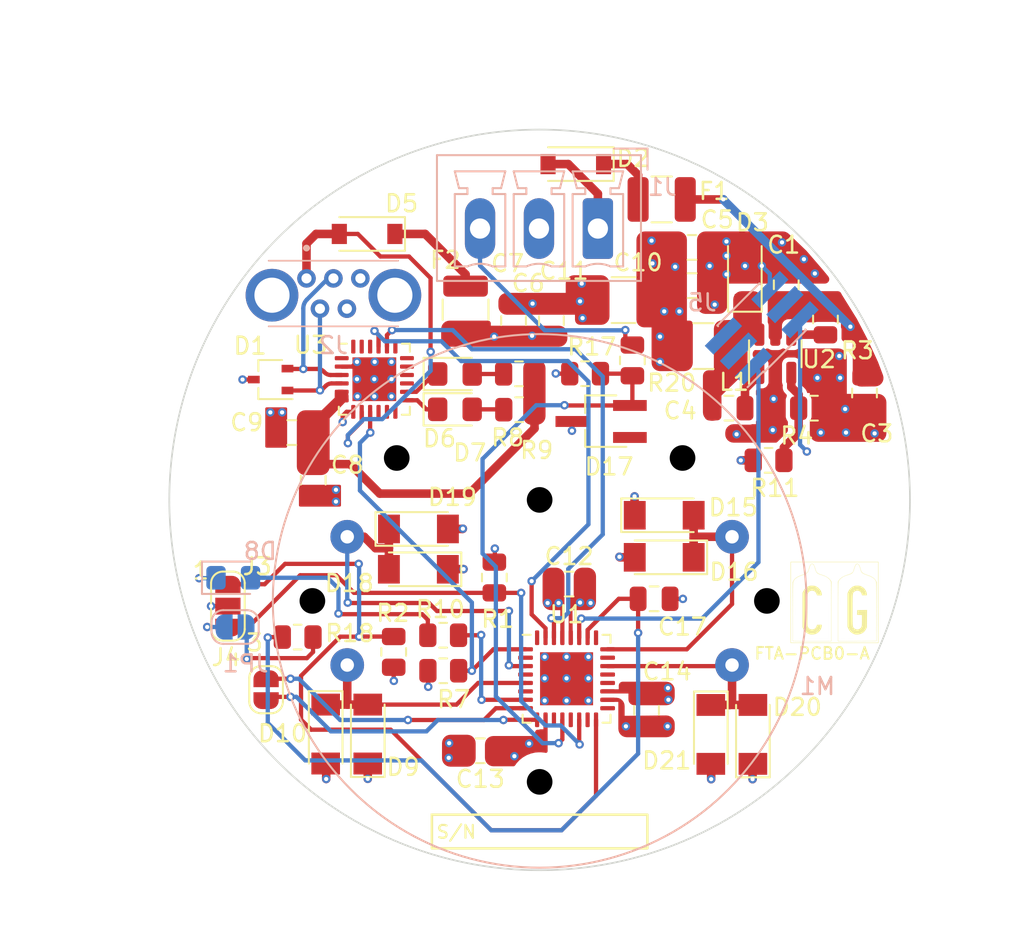
<source format=kicad_pcb>
(kicad_pcb (version 20221018) (generator pcbnew)

  (general
    (thickness 1.6)
  )

  (paper "A4")
  (layers
    (0 "F.Cu" signal)
    (1 "In1.Cu" signal)
    (2 "In2.Cu" signal)
    (31 "B.Cu" signal)
    (32 "B.Adhes" user "B.Adhesive")
    (33 "F.Adhes" user "F.Adhesive")
    (34 "B.Paste" user)
    (35 "F.Paste" user)
    (36 "B.SilkS" user "B.Silkscreen")
    (37 "F.SilkS" user "F.Silkscreen")
    (38 "B.Mask" user)
    (39 "F.Mask" user)
    (40 "Dwgs.User" user "User.Drawings")
    (41 "Cmts.User" user "User.Comments")
    (42 "Eco1.User" user "User.Eco1")
    (43 "Eco2.User" user "User.Eco2")
    (44 "Edge.Cuts" user)
    (45 "Margin" user)
    (46 "B.CrtYd" user "B.Courtyard")
    (47 "F.CrtYd" user "F.Courtyard")
    (48 "B.Fab" user)
    (49 "F.Fab" user)
    (50 "User.1" user)
    (51 "User.2" user)
    (52 "User.3" user)
    (53 "User.4" user)
    (54 "User.5" user)
    (55 "User.6" user)
    (56 "User.7" user)
    (57 "User.8" user)
    (58 "User.9" user)
  )

  (setup
    (stackup
      (layer "F.SilkS" (type "Top Silk Screen") (color "Black"))
      (layer "F.Paste" (type "Top Solder Paste"))
      (layer "F.Mask" (type "Top Solder Mask") (color "White") (thickness 0.01))
      (layer "F.Cu" (type "copper") (thickness 0.035))
      (layer "dielectric 1" (type "core") (thickness 0.48) (material "FR4") (epsilon_r 4.5) (loss_tangent 0.02))
      (layer "In1.Cu" (type "copper") (thickness 0.035))
      (layer "dielectric 2" (type "prepreg") (thickness 0.48) (material "FR4") (epsilon_r 4.5) (loss_tangent 0.02))
      (layer "In2.Cu" (type "copper") (thickness 0.035))
      (layer "dielectric 3" (type "core") (thickness 0.48) (material "FR4") (epsilon_r 4.5) (loss_tangent 0.02))
      (layer "B.Cu" (type "copper") (thickness 0.035))
      (layer "B.Mask" (type "Bottom Solder Mask") (color "White") (thickness 0.01))
      (layer "B.Paste" (type "Bottom Solder Paste"))
      (layer "B.SilkS" (type "Bottom Silk Screen") (color "Black"))
      (copper_finish "HAL SnPb")
      (dielectric_constraints no)
    )
    (pad_to_mask_clearance 0)
    (pcbplotparams
      (layerselection 0x00010fc_ffffffff)
      (plot_on_all_layers_selection 0x0000000_00000000)
      (disableapertmacros false)
      (usegerberextensions false)
      (usegerberattributes true)
      (usegerberadvancedattributes true)
      (creategerberjobfile true)
      (dashed_line_dash_ratio 12.000000)
      (dashed_line_gap_ratio 3.000000)
      (svgprecision 6)
      (plotframeref false)
      (viasonmask false)
      (mode 1)
      (useauxorigin false)
      (hpglpennumber 1)
      (hpglpenspeed 20)
      (hpglpendiameter 15.000000)
      (dxfpolygonmode true)
      (dxfimperialunits true)
      (dxfusepcbnewfont true)
      (psnegative false)
      (psa4output false)
      (plotreference true)
      (plotvalue true)
      (plotinvisibletext false)
      (sketchpadsonfab false)
      (subtractmaskfromsilk false)
      (outputformat 1)
      (mirror false)
      (drillshape 0)
      (scaleselection 1)
      (outputdirectory "GERBER/")
    )
  )

  (net 0 "")
  (net 1 "+5V")
  (net 2 "GND")
  (net 3 "+3V3")
  (net 4 "\\RST")
  (net 5 "Net-(D2-Pad1)")
  (net 6 "USB-D+")
  (net 7 "USB-D-")
  (net 8 "VBUS")
  (net 9 "Net-(D6-Pad1)")
  (net 10 "Net-(D6-Pad2)")
  (net 11 "Net-(D7-Pad1)")
  (net 12 "Net-(D7-Pad2)")
  (net 13 "Net-(D8-Pad2)")
  (net 14 "MA-")
  (net 15 "MB+")
  (net 16 "PULSE")
  (net 17 "MA+")
  (net 18 "MB-")
  (net 19 "SDA")
  (net 20 "SCL")
  (net 21 "Net-(J1-Pad3)")
  (net 22 "LIVE_LED")
  (net 23 "unconnected-(U3-Pad1)")
  (net 24 "unconnected-(U3-Pad10)")
  (net 25 "unconnected-(U3-Pad11)")
  (net 26 "unconnected-(U3-Pad12)")
  (net 27 "unconnected-(U3-Pad15)")
  (net 28 "unconnected-(U3-Pad16)")
  (net 29 "unconnected-(U3-Pad17)")
  (net 30 "unconnected-(U3-Pad18)")
  (net 31 "unconnected-(U3-Pad19)")
  (net 32 "TXD")
  (net 33 "RXD")
  (net 34 "unconnected-(U3-Pad22)")
  (net 35 "unconnected-(U3-Pad24)")
  (net 36 "Net-(D5-Pad1)")
  (net 37 "USBR")
  (net 38 "HOMEA")
  (net 39 "UPDI")
  (net 40 "unconnected-(U1-Pad6)")
  (net 41 "unconnected-(U1-Pad15)")
  (net 42 "unconnected-(U1-Pad2)")
  (net 43 "HOMEB")
  (net 44 "unconnected-(U3-Pad23)")
  (net 45 "VAA")
  (net 46 "Net-(JP1-Pad2)")
  (net 47 "unconnected-(J5-Pad5)")
  (net 48 "unconnected-(J5-Pad4)")
  (net 49 "unconnected-(J5-Pad3)")
  (net 50 "unconnected-(D17-Pad1)")
  (net 51 "Net-(C4-Pad1)")
  (net 52 "Net-(R3-Pad2)")
  (net 53 "VIN")
  (net 54 "VSW")
  (net 55 "Net-(R11-Pad1)")
  (net 56 "unconnected-(J2-Pad4)")
  (net 57 "unconnected-(U1-Pad4)")
  (net 58 "unconnected-(U1-Pad11)")
  (net 59 "unconnected-(U1-Pad13)")
  (net 60 "unconnected-(U1-Pad17)")
  (net 61 "unconnected-(U1-Pad20)")
  (net 62 "unconnected-(U1-Pad21)")
  (net 63 "unconnected-(U1-Pad23)")
  (net 64 "unconnected-(U1-Pad25)")
  (net 65 "unconnected-(U1-Pad32)")

  (footprint "Capacitor_SMD:C_0805_2012Metric" (layer "F.Cu") (at 0.7 -10.65 90))

  (footprint "Diode_SMD:D_MiniMELF" (layer "F.Cu") (at 7.4 0.91))

  (footprint "Resistor_SMD:R_0805_2012Metric" (layer "F.Cu") (at 13.6 -2.35 180))

  (footprint "LED_SMD:LED_0805_2012Metric_Pad1.15x1.40mm_HandSolder" (layer "F.Cu") (at -5.0325 -5.38))

  (footprint "Capacitor_SMD:C_0805_2012Metric" (layer "F.Cu") (at 9.06 -12.73))

  (footprint "Alessio Impronte con 3D:X27.589" (layer "F.Cu") (at 0 6))

  (footprint "Capacitor_SMD:C_0805_2012Metric" (layer "F.Cu") (at 11.25 -5.45 180))

  (footprint "Capacitor_SMD:C_0805_2012Metric" (layer "F.Cu") (at 6.8 5.875))

  (footprint "Resistor_SMD:R_0805_2012Metric" (layer "F.Cu") (at -1.2175 -5.36 180))

  (footprint "Capacitor_SMD:C_0805_2012Metric" (layer "F.Cu") (at 9.05 -15))

  (footprint "Resistor_SMD:R_0805_2012Metric" (layer "F.Cu") (at -2.69 4.61 -90))

  (footprint "Resistor_SMD:R_0805_2012Metric" (layer "F.Cu") (at 5.51 -8.2875 -90))

  (footprint "Capacitor_SMD:C_0805_2012Metric" (layer "F.Cu") (at -13.45 -1.175 -90))

  (footprint "Resistor_SMD:R_0805_2012Metric" (layer "F.Cu") (at -14.375 8.15))

  (footprint "Capacitor_SMD:C_0805_2012Metric" (layer "F.Cu") (at 14.65 -12.78 90))

  (footprint "Capacitor_SMD:C_0805_2012Metric" (layer "F.Cu") (at 19.3 -6.35 -90))

  (footprint "Inductor_SMD:L_1210_3225Metric" (layer "F.Cu") (at 9.73 -9.14 180))

  (footprint "Resistor_SMD:R_0805_2012Metric" (layer "F.Cu") (at 16.98 -10.72 -90))

  (footprint "Capacitor_SMD:C_0805_2012Metric" (layer "F.Cu") (at -3.525 14.9 180))

  (footprint "Package_TO_SOT_SMD:SOT-323_SC-70" (layer "F.Cu") (at -15.98 -7.15 180))

  (footprint "Capacitor_SMD:C_0805_2012Metric" (layer "F.Cu") (at 6.35 12.5 90))

  (footprint "Diode_SMD:D_MiniMELF" (layer "F.Cu") (at 7.4 3.41 180))

  (footprint "Capacitor_SMD:C_0805_2012Metric" (layer "F.Cu") (at -1.55 -10.65 90))

  (footprint "MountingHole:MountingHole_3.2mm_M3" (layer "F.Cu") (at 18.5 0))

  (footprint "Fuse:Fuse_1210_3225Metric" (layer "F.Cu") (at 7.25 -17.85 180))

  (footprint "Alessio Impronte con 3D:LOGO_CG_5MM" (layer "F.Cu") (at 17.52 6.09))

  (footprint "Diode_SMD:D_MiniMELF" (layer "F.Cu") (at -7.2 1.725))

  (footprint "Package_TO_SOT_SMD:SOT-23-6" (layer "F.Cu") (at 14 -8.68 90))

  (footprint "Jumper:SolderJumper-2_P1.3mm_Open_RoundedPad1.0x1.5mm" (layer "F.Cu") (at -16.25 11.275 -90))

  (footprint "Diode_SMD:D_SOD-123" (layer "F.Cu") (at -10.25 -15.8 180))

  (footprint "Capacitor_SMD:C_0805_2012Metric" (layer "F.Cu") (at -14.725 -4 180))

  (footprint "Diode_SMD:D_MiniMELF" (layer "F.Cu") (at 12.67 13.93 90))

  (footprint "Diode_SMD:D_MiniMELF" (layer "F.Cu") (at -12.71 13.91 -90))

  (footprint "Resistor_SMD:R_0805_2012Metric" (layer "F.Cu") (at -1.2275 -7.49 180))

  (footprint "Fuse:Fuse_1210_3225Metric" (layer "F.Cu") (at -4.4 -11.3 90))

  (footprint "Jumper:SolderJumper-3_P1.3mm_Open_RoundedPad1.0x1.5mm_NumberLabels" (layer "F.Cu") (at -18.52 6.31 -90))

  (footprint "Resistor_SMD:R_0805_2012Metric" (layer "F.Cu") (at -5.73 8.04 180))

  (footprint "Package_TO_SOT_SMD:TSOT-23_HandSoldering" (layer "F.Cu") (at 3.6525 -4.66 180))

  (footprint "Resistor_SMD:R_0805_2012Metric" (layer "F.Cu") (at 2.7 -7.5))

  (footprint "Capacitor_SMD:C_1210_3225Metric" (layer "F.Cu") (at 4.99 -11.87 180))

  (footprint "Diode_SMD:D_MiniMELF" (layer "F.Cu") (at -7.205 4.12 180))

  (footprint "Diode_SMD:D_SOD-123" (layer "F.Cu") (at 12.19 -13.43 90))

  (footprint "Package_DFN_QFN:QFN-24-1EP_4x4mm_P0.5mm_EP2.6x2.6mm" (layer "F.Cu") (at -9.82 -7.17))

  (footprint "Diode_SMD:D_MiniMELF" (layer "F.Cu") (at -10.21 13.91 90))

  (footprint "Resistor_SMD:R_0805_2012Metric" (layer "F.Cu") (at 16.3 -5.45))

  (footprint "Package_DFN_QFN:VQFN-32-1EP_5x5mm_P0.5mm_EP3.15x3.15mm" (layer "F.Cu") (at 1.6 10.625))

  (footprint "LED_SMD:LED_0805_2012Metric_Pad1.15x1.40mm_HandSolder" (layer "F.Cu")
    (tstamp e079e52a-c025-4595-9dac-4f3fe81268a1)
    (at -5.03 -7.48)
    (descr "LED SMD 0805 (2012 Metric), square (rectangular) end terminal, IPC_7351 nominal, (Body size source: https://docs.google.com/spreadsheets/d/1BsfQQcO9C6DZCsRaXUlFlo91Tg2WpOkGARC1WS5S8t0/edit?usp=sharing), generated with kicad-footprint-generator")
    (tags "LED handsolder")
    (property "Field4" "0805")
    (property "Sheetfile" "tachimetro_ferroviario.kicad_sch")
    (property "Sheetname" "")
    (path "/816d4699-95c6-4b24-989f-53dee0281d05")
    (attr smd)
    (fp_text reference "D6" (at -0.92 3.83) (layer "F.SilkS")
        (effects (font (size 1 1) (thickness 0.15)))
      (tstamp 073ce01a-ae5a-4490-908b-6e30d1d08428)
    )
    (fp_text value "LED" (at 0 1.65) (layer "F.Fab")
        (effects (font (size 1 1) (thickness 0.15)))
      (tstamp 1e355af9-060e-4377-914e-460f260b2293)
    )
    (fp_text user "${REFERENCE}" (at 0 0) (layer "F.Fab")
        (effects (font (size 0.5 0.5) (thickness 0.08)))
      (tstamp 4815c8b4-822e-42f5-9993-4b9cd1014a5b)
    )
    (fp_line (start -1.86 -0.96) (end -1.86 0.96)
      (stroke (width 0.12) (type solid)) (layer "F.SilkS") (tstamp 35818108-510b
... [640443 chars truncated]
</source>
